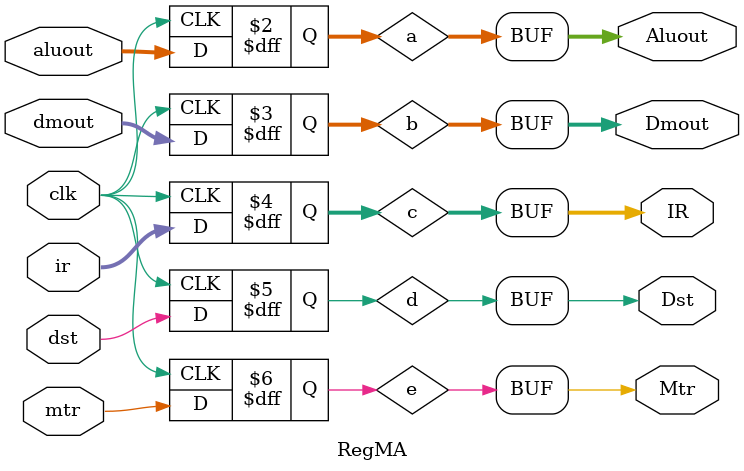
<source format=v>
`timescale 1ns / 1ps


module RegMA(
    input clk,
    input [31:0]aluout,
    input [31:0]dmout,
    input [31:0]ir,
    input dst,mtr,
    output [31:0]Aluout,
    output [31:0]Dmout,
    output [31:0]IR,
    output Dst,Mtr
    );
    reg [31:0]a;
    reg [31:0]b;
    reg [31:0]c;
    reg d,e;
    always@(posedge clk)begin
        a<=aluout;
        b<=dmout;
        c<=ir;
        d<=dst;
        e<=mtr;
    end
    assign Dst=d;
    assign Mtr=e;
    assign Aluout=a;
    assign Dmout=b;
    assign IR=c;
endmodule

</source>
